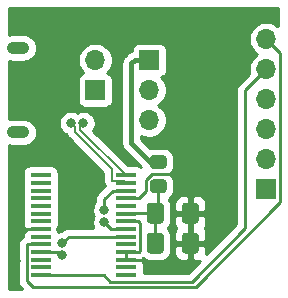
<source format=gbr>
G04 #@! TF.GenerationSoftware,KiCad,Pcbnew,5.1.6-c6e7f7d~86~ubuntu18.04.1*
G04 #@! TF.CreationDate,2020-05-25T21:41:21-07:00*
G04 #@! TF.ProjectId,usb_power,7573625f-706f-4776-9572-2e6b69636164,rev?*
G04 #@! TF.SameCoordinates,Original*
G04 #@! TF.FileFunction,Copper,L2,Bot*
G04 #@! TF.FilePolarity,Positive*
%FSLAX46Y46*%
G04 Gerber Fmt 4.6, Leading zero omitted, Abs format (unit mm)*
G04 Created by KiCad (PCBNEW 5.1.6-c6e7f7d~86~ubuntu18.04.1) date 2020-05-25 21:41:21*
%MOMM*%
%LPD*%
G01*
G04 APERTURE LIST*
G04 #@! TA.AperFunction,ComponentPad*
%ADD10O,1.900000X1.050000*%
G04 #@! TD*
G04 #@! TA.AperFunction,SMDPad,CuDef*
%ADD11R,1.750000X0.450000*%
G04 #@! TD*
G04 #@! TA.AperFunction,ComponentPad*
%ADD12O,1.700000X1.700000*%
G04 #@! TD*
G04 #@! TA.AperFunction,ComponentPad*
%ADD13R,1.700000X1.700000*%
G04 #@! TD*
G04 #@! TA.AperFunction,ViaPad*
%ADD14C,0.800000*%
G04 #@! TD*
G04 #@! TA.AperFunction,Conductor*
%ADD15C,0.400000*%
G04 #@! TD*
G04 #@! TA.AperFunction,Conductor*
%ADD16C,0.250000*%
G04 #@! TD*
G04 #@! TA.AperFunction,Conductor*
%ADD17C,0.200000*%
G04 #@! TD*
G04 #@! TA.AperFunction,Conductor*
%ADD18C,0.254000*%
G04 #@! TD*
G04 APERTURE END LIST*
D10*
X151962000Y-98825000D03*
X151962000Y-91675000D03*
D11*
X161080000Y-110905000D03*
X161080000Y-110255000D03*
X161080000Y-109605000D03*
X161080000Y-108955000D03*
X161080000Y-108305000D03*
X161080000Y-107655000D03*
X161080000Y-107005000D03*
X161080000Y-106355000D03*
X161080000Y-105705000D03*
X161080000Y-105055000D03*
X161080000Y-104405000D03*
X161080000Y-103755000D03*
X161080000Y-103105000D03*
X161080000Y-102455000D03*
X153880000Y-102455000D03*
X153880000Y-103105000D03*
X153880000Y-103755000D03*
X153880000Y-104405000D03*
X153880000Y-105055000D03*
X153880000Y-105705000D03*
X153880000Y-106355000D03*
X153880000Y-107005000D03*
X153880000Y-107655000D03*
X153880000Y-108305000D03*
X153880000Y-108955000D03*
X153880000Y-109605000D03*
X153880000Y-110255000D03*
X153880000Y-110905000D03*
D12*
X172974000Y-90932000D03*
X172974000Y-93472000D03*
X172974000Y-96012000D03*
X172974000Y-98552000D03*
X172974000Y-101092000D03*
D13*
X172974000Y-103632000D03*
G04 #@! TA.AperFunction,SMDPad,CuDef*
G36*
G01*
X164280001Y-101903000D02*
X163379999Y-101903000D01*
G75*
G02*
X163130000Y-101653001I0J249999D01*
G01*
X163130000Y-101002999D01*
G75*
G02*
X163379999Y-100753000I249999J0D01*
G01*
X164280001Y-100753000D01*
G75*
G02*
X164530000Y-101002999I0J-249999D01*
G01*
X164530000Y-101653001D01*
G75*
G02*
X164280001Y-101903000I-249999J0D01*
G01*
G37*
G04 #@! TD.AperFunction*
G04 #@! TA.AperFunction,SMDPad,CuDef*
G36*
G01*
X164280001Y-103953000D02*
X163379999Y-103953000D01*
G75*
G02*
X163130000Y-103703001I0J249999D01*
G01*
X163130000Y-103052999D01*
G75*
G02*
X163379999Y-102803000I249999J0D01*
G01*
X164280001Y-102803000D01*
G75*
G02*
X164530000Y-103052999I0J-249999D01*
G01*
X164530000Y-103703001D01*
G75*
G02*
X164280001Y-103953000I-249999J0D01*
G01*
G37*
G04 #@! TD.AperFunction*
G04 #@! TA.AperFunction,SMDPad,CuDef*
G36*
G01*
X165838500Y-106289000D02*
X165838500Y-105039000D01*
G75*
G02*
X166088500Y-104789000I250000J0D01*
G01*
X167013500Y-104789000D01*
G75*
G02*
X167263500Y-105039000I0J-250000D01*
G01*
X167263500Y-106289000D01*
G75*
G02*
X167013500Y-106539000I-250000J0D01*
G01*
X166088500Y-106539000D01*
G75*
G02*
X165838500Y-106289000I0J250000D01*
G01*
G37*
G04 #@! TD.AperFunction*
G04 #@! TA.AperFunction,SMDPad,CuDef*
G36*
G01*
X162863500Y-106289000D02*
X162863500Y-105039000D01*
G75*
G02*
X163113500Y-104789000I250000J0D01*
G01*
X164038500Y-104789000D01*
G75*
G02*
X164288500Y-105039000I0J-250000D01*
G01*
X164288500Y-106289000D01*
G75*
G02*
X164038500Y-106539000I-250000J0D01*
G01*
X163113500Y-106539000D01*
G75*
G02*
X162863500Y-106289000I0J250000D01*
G01*
G37*
G04 #@! TD.AperFunction*
G04 #@! TA.AperFunction,SMDPad,CuDef*
G36*
G01*
X165838500Y-108829000D02*
X165838500Y-107579000D01*
G75*
G02*
X166088500Y-107329000I250000J0D01*
G01*
X167013500Y-107329000D01*
G75*
G02*
X167263500Y-107579000I0J-250000D01*
G01*
X167263500Y-108829000D01*
G75*
G02*
X167013500Y-109079000I-250000J0D01*
G01*
X166088500Y-109079000D01*
G75*
G02*
X165838500Y-108829000I0J250000D01*
G01*
G37*
G04 #@! TD.AperFunction*
G04 #@! TA.AperFunction,SMDPad,CuDef*
G36*
G01*
X162863500Y-108829000D02*
X162863500Y-107579000D01*
G75*
G02*
X163113500Y-107329000I250000J0D01*
G01*
X164038500Y-107329000D01*
G75*
G02*
X164288500Y-107579000I0J-250000D01*
G01*
X164288500Y-108829000D01*
G75*
G02*
X164038500Y-109079000I-250000J0D01*
G01*
X163113500Y-109079000D01*
G75*
G02*
X162863500Y-108829000I0J250000D01*
G01*
G37*
G04 #@! TD.AperFunction*
X158496000Y-95250000D03*
D12*
X158496000Y-92710000D03*
D13*
X163068000Y-92710000D03*
D12*
X163068000Y-95250000D03*
X163068000Y-97790000D03*
D14*
X151765000Y-109728000D03*
X172847000Y-88773000D03*
X159766000Y-99568000D03*
X155448000Y-99314000D03*
X155702000Y-108204000D03*
X159258000Y-106426000D03*
X156447000Y-98044000D03*
X157497000Y-98044000D03*
X159262653Y-105405347D03*
X155702000Y-109220000D03*
D15*
X161818000Y-92710000D02*
X163068000Y-92710000D01*
X161544000Y-92984000D02*
X161818000Y-92710000D01*
X161544000Y-99742000D02*
X161544000Y-92984000D01*
X163130000Y-101328000D02*
X161544000Y-99742000D01*
X163830000Y-101328000D02*
X163130000Y-101328000D01*
D16*
X161080000Y-109430000D02*
X161080000Y-108955000D01*
X161255000Y-109605000D02*
X161080000Y-109430000D01*
X161080000Y-109605000D02*
X161255000Y-109605000D01*
X161080000Y-109605000D02*
X162556000Y-109605000D01*
X151765000Y-107995000D02*
X151765000Y-108458000D01*
X153880000Y-107005000D02*
X152755000Y-107005000D01*
X152755000Y-107005000D02*
X151765000Y-107995000D01*
X162205000Y-108955000D02*
X161080000Y-108955000D01*
X162280001Y-108879999D02*
X162205000Y-108955000D01*
X162280001Y-106519999D02*
X162280001Y-108879999D01*
X162115002Y-106355000D02*
X162280001Y-106519999D01*
X161080000Y-106355000D02*
X162115002Y-106355000D01*
X162804990Y-102814820D02*
X163257810Y-102362000D01*
X162804990Y-103805010D02*
X162804990Y-102814820D01*
X161080000Y-104405000D02*
X162205000Y-104405000D01*
X162205000Y-104405000D02*
X162804990Y-103805010D01*
X163257810Y-102362000D02*
X165735000Y-102362000D01*
X163576000Y-107076000D02*
X163576000Y-105664000D01*
X163576000Y-108204000D02*
X163576000Y-107076000D01*
X161121000Y-105664000D02*
X161080000Y-105705000D01*
X163576000Y-105664000D02*
X161121000Y-105664000D01*
X163830000Y-105410000D02*
X163576000Y-105664000D01*
X163830000Y-103378000D02*
X163830000Y-105410000D01*
X156251000Y-107655000D02*
X161080000Y-107655000D01*
X155702000Y-108204000D02*
X156251000Y-107655000D01*
X159837000Y-107005000D02*
X161080000Y-107005000D01*
X159258000Y-106426000D02*
X159837000Y-107005000D01*
D17*
X156747000Y-98344000D02*
X156447000Y-98044000D01*
X159904999Y-102920001D02*
X159904999Y-101929999D01*
X159964999Y-102980001D02*
X159904999Y-102920001D01*
X160955001Y-102980001D02*
X159964999Y-102980001D01*
X161080000Y-103105000D02*
X160955001Y-102980001D01*
X156747000Y-98772000D02*
X156747000Y-98344000D01*
X159904999Y-101929999D02*
X156747000Y-98772000D01*
X161080000Y-102455000D02*
X161066397Y-102455000D01*
X161066397Y-102455000D02*
X157197000Y-98585603D01*
X157197000Y-98585603D02*
X157197000Y-98344000D01*
X157197000Y-98344000D02*
X157497000Y-98044000D01*
D16*
X173823999Y-91781999D02*
X172974000Y-90932000D01*
X174149001Y-104742001D02*
X174149001Y-92107001D01*
X166985992Y-111905010D02*
X174149001Y-104742001D01*
X153195008Y-111905010D02*
X166985992Y-111905010D01*
X152679999Y-111390001D02*
X153195008Y-111905010D01*
X152679999Y-108380001D02*
X152679999Y-111390001D01*
X174149001Y-92107001D02*
X173823999Y-91781999D01*
X152755000Y-108305000D02*
X152679999Y-108380001D01*
X153880000Y-108305000D02*
X152755000Y-108305000D01*
X171196000Y-106934000D02*
X171196000Y-95250000D01*
X166674999Y-111455001D02*
X171196000Y-106934000D01*
X159761000Y-111455001D02*
X166674999Y-111455001D01*
X153880000Y-110905000D02*
X159210999Y-110905000D01*
X171196000Y-95250000D02*
X172974000Y-93472000D01*
X159210999Y-110905000D02*
X159761000Y-111455001D01*
X159955000Y-103755000D02*
X161080000Y-103755000D01*
X159262653Y-104447347D02*
X159955000Y-103755000D01*
X159262653Y-105405347D02*
X159262653Y-104447347D01*
X155437000Y-108955000D02*
X153880000Y-108955000D01*
X155702000Y-109220000D02*
X155437000Y-108955000D01*
D18*
G36*
X173965001Y-89822894D02*
G01*
X173920632Y-89778525D01*
X173677411Y-89616010D01*
X173407158Y-89504068D01*
X173120260Y-89447000D01*
X172827740Y-89447000D01*
X172540842Y-89504068D01*
X172270589Y-89616010D01*
X172027368Y-89778525D01*
X171820525Y-89985368D01*
X171658010Y-90228589D01*
X171546068Y-90498842D01*
X171489000Y-90785740D01*
X171489000Y-91078260D01*
X171546068Y-91365158D01*
X171658010Y-91635411D01*
X171820525Y-91878632D01*
X172027368Y-92085475D01*
X172201760Y-92202000D01*
X172027368Y-92318525D01*
X171820525Y-92525368D01*
X171658010Y-92768589D01*
X171546068Y-93038842D01*
X171489000Y-93325740D01*
X171489000Y-93618260D01*
X171532790Y-93838408D01*
X170684998Y-94686201D01*
X170656000Y-94709999D01*
X170632202Y-94738997D01*
X170632201Y-94738998D01*
X170561026Y-94825724D01*
X170490454Y-94957754D01*
X170446998Y-95101015D01*
X170432324Y-95250000D01*
X170436001Y-95287332D01*
X170436000Y-106619198D01*
X167893419Y-109161779D01*
X167901572Y-109079000D01*
X167898500Y-108489750D01*
X167739750Y-108331000D01*
X166678000Y-108331000D01*
X166678000Y-109555250D01*
X166836750Y-109714000D01*
X167263500Y-109717072D01*
X167346280Y-109708919D01*
X166360198Y-110695001D01*
X162593072Y-110695001D01*
X162593072Y-110680000D01*
X162583223Y-110580000D01*
X162593072Y-110480000D01*
X162593072Y-110030000D01*
X162582944Y-109927162D01*
X162590000Y-109861750D01*
X162557753Y-109829503D01*
X162544502Y-109785820D01*
X162485537Y-109675506D01*
X162427464Y-109604744D01*
X162480772Y-109541524D01*
X162514373Y-109480626D01*
X162620114Y-109567405D01*
X162773650Y-109649472D01*
X162940246Y-109700008D01*
X163113500Y-109717072D01*
X164038500Y-109717072D01*
X164211754Y-109700008D01*
X164378350Y-109649472D01*
X164531886Y-109567405D01*
X164666462Y-109456962D01*
X164776905Y-109322386D01*
X164858972Y-109168850D01*
X164886227Y-109079000D01*
X165200428Y-109079000D01*
X165212688Y-109203482D01*
X165248998Y-109323180D01*
X165307963Y-109433494D01*
X165387315Y-109530185D01*
X165484006Y-109609537D01*
X165594320Y-109668502D01*
X165714018Y-109704812D01*
X165838500Y-109717072D01*
X166265250Y-109714000D01*
X166424000Y-109555250D01*
X166424000Y-108331000D01*
X165362250Y-108331000D01*
X165203500Y-108489750D01*
X165200428Y-109079000D01*
X164886227Y-109079000D01*
X164909508Y-109002254D01*
X164926572Y-108829000D01*
X164926572Y-107579000D01*
X164909508Y-107405746D01*
X164858972Y-107239150D01*
X164776905Y-107085614D01*
X164666462Y-106951038D01*
X164645701Y-106934000D01*
X164666462Y-106916962D01*
X164776905Y-106782386D01*
X164858972Y-106628850D01*
X164886227Y-106539000D01*
X165200428Y-106539000D01*
X165212688Y-106663482D01*
X165248998Y-106783180D01*
X165307963Y-106893494D01*
X165341205Y-106934000D01*
X165307963Y-106974506D01*
X165248998Y-107084820D01*
X165212688Y-107204518D01*
X165200428Y-107329000D01*
X165203500Y-107918250D01*
X165362250Y-108077000D01*
X166424000Y-108077000D01*
X166424000Y-105791000D01*
X166678000Y-105791000D01*
X166678000Y-108077000D01*
X167739750Y-108077000D01*
X167898500Y-107918250D01*
X167901572Y-107329000D01*
X167889312Y-107204518D01*
X167853002Y-107084820D01*
X167794037Y-106974506D01*
X167760795Y-106934000D01*
X167794037Y-106893494D01*
X167853002Y-106783180D01*
X167889312Y-106663482D01*
X167901572Y-106539000D01*
X167898500Y-105949750D01*
X167739750Y-105791000D01*
X166678000Y-105791000D01*
X166424000Y-105791000D01*
X165362250Y-105791000D01*
X165203500Y-105949750D01*
X165200428Y-106539000D01*
X164886227Y-106539000D01*
X164909508Y-106462254D01*
X164926572Y-106289000D01*
X164926572Y-105039000D01*
X164909508Y-104865746D01*
X164886228Y-104789000D01*
X165200428Y-104789000D01*
X165203500Y-105378250D01*
X165362250Y-105537000D01*
X166424000Y-105537000D01*
X166424000Y-104312750D01*
X166678000Y-104312750D01*
X166678000Y-105537000D01*
X167739750Y-105537000D01*
X167898500Y-105378250D01*
X167901572Y-104789000D01*
X167889312Y-104664518D01*
X167853002Y-104544820D01*
X167794037Y-104434506D01*
X167714685Y-104337815D01*
X167617994Y-104258463D01*
X167507680Y-104199498D01*
X167387982Y-104163188D01*
X167263500Y-104150928D01*
X166836750Y-104154000D01*
X166678000Y-104312750D01*
X166424000Y-104312750D01*
X166265250Y-104154000D01*
X165838500Y-104150928D01*
X165714018Y-104163188D01*
X165594320Y-104199498D01*
X165484006Y-104258463D01*
X165387315Y-104337815D01*
X165307963Y-104434506D01*
X165248998Y-104544820D01*
X165212688Y-104664518D01*
X165200428Y-104789000D01*
X164886228Y-104789000D01*
X164858972Y-104699150D01*
X164776905Y-104545614D01*
X164716387Y-104471872D01*
X164773387Y-104441405D01*
X164907962Y-104330962D01*
X165018405Y-104196387D01*
X165100472Y-104042851D01*
X165151008Y-103876255D01*
X165168072Y-103703001D01*
X165168072Y-103052999D01*
X165151008Y-102879745D01*
X165100472Y-102713149D01*
X165018405Y-102559613D01*
X164907962Y-102425038D01*
X164820184Y-102353000D01*
X164907962Y-102280962D01*
X165018405Y-102146387D01*
X165100472Y-101992851D01*
X165151008Y-101826255D01*
X165168072Y-101653001D01*
X165168072Y-101002999D01*
X165151008Y-100829745D01*
X165100472Y-100663149D01*
X165018405Y-100509613D01*
X164907962Y-100375038D01*
X164773387Y-100264595D01*
X164619851Y-100182528D01*
X164453255Y-100131992D01*
X164280001Y-100114928D01*
X163379999Y-100114928D01*
X163206745Y-100131992D01*
X163136246Y-100153378D01*
X162379000Y-99396133D01*
X162379000Y-99111959D01*
X162634842Y-99217932D01*
X162921740Y-99275000D01*
X163214260Y-99275000D01*
X163501158Y-99217932D01*
X163771411Y-99105990D01*
X164014632Y-98943475D01*
X164221475Y-98736632D01*
X164383990Y-98493411D01*
X164495932Y-98223158D01*
X164553000Y-97936260D01*
X164553000Y-97643740D01*
X164495932Y-97356842D01*
X164383990Y-97086589D01*
X164221475Y-96843368D01*
X164014632Y-96636525D01*
X163840240Y-96520000D01*
X164014632Y-96403475D01*
X164221475Y-96196632D01*
X164383990Y-95953411D01*
X164495932Y-95683158D01*
X164553000Y-95396260D01*
X164553000Y-95103740D01*
X164495932Y-94816842D01*
X164383990Y-94546589D01*
X164221475Y-94303368D01*
X164089620Y-94171513D01*
X164162180Y-94149502D01*
X164272494Y-94090537D01*
X164369185Y-94011185D01*
X164448537Y-93914494D01*
X164507502Y-93804180D01*
X164543812Y-93684482D01*
X164556072Y-93560000D01*
X164556072Y-91860000D01*
X164543812Y-91735518D01*
X164507502Y-91615820D01*
X164448537Y-91505506D01*
X164369185Y-91408815D01*
X164272494Y-91329463D01*
X164162180Y-91270498D01*
X164042482Y-91234188D01*
X163918000Y-91221928D01*
X162218000Y-91221928D01*
X162093518Y-91234188D01*
X161973820Y-91270498D01*
X161863506Y-91329463D01*
X161766815Y-91408815D01*
X161687463Y-91505506D01*
X161628498Y-91615820D01*
X161592188Y-91735518D01*
X161579928Y-91860000D01*
X161579928Y-91909646D01*
X161496913Y-91934828D01*
X161351854Y-92012364D01*
X161224709Y-92116709D01*
X161198558Y-92148574D01*
X160982573Y-92364559D01*
X160950710Y-92390709D01*
X160924562Y-92422571D01*
X160846364Y-92517855D01*
X160768828Y-92662914D01*
X160721082Y-92820312D01*
X160704960Y-92984000D01*
X160709001Y-93025028D01*
X160709000Y-99700981D01*
X160704960Y-99742000D01*
X160709000Y-99783018D01*
X160721082Y-99905688D01*
X160768828Y-100063086D01*
X160846364Y-100208145D01*
X160950709Y-100335291D01*
X160982579Y-100361446D01*
X162371395Y-101750263D01*
X162309494Y-101699463D01*
X162199180Y-101640498D01*
X162079482Y-101604188D01*
X161955000Y-101591928D01*
X161242772Y-101591928D01*
X158322438Y-98671595D01*
X158414205Y-98534256D01*
X158492226Y-98345898D01*
X158532000Y-98145939D01*
X158532000Y-97942061D01*
X158492226Y-97742102D01*
X158414205Y-97553744D01*
X158300937Y-97384226D01*
X158156774Y-97240063D01*
X157987256Y-97126795D01*
X157798898Y-97048774D01*
X157598939Y-97009000D01*
X157395061Y-97009000D01*
X157195102Y-97048774D01*
X157006744Y-97126795D01*
X156972000Y-97150010D01*
X156937256Y-97126795D01*
X156748898Y-97048774D01*
X156548939Y-97009000D01*
X156345061Y-97009000D01*
X156145102Y-97048774D01*
X155956744Y-97126795D01*
X155787226Y-97240063D01*
X155643063Y-97384226D01*
X155529795Y-97553744D01*
X155451774Y-97742102D01*
X155412000Y-97942061D01*
X155412000Y-98145939D01*
X155451774Y-98345898D01*
X155529795Y-98534256D01*
X155643063Y-98703774D01*
X155787226Y-98847937D01*
X155956744Y-98961205D01*
X156047758Y-98998905D01*
X156064663Y-99054632D01*
X156132913Y-99182319D01*
X156224762Y-99294237D01*
X156252808Y-99317254D01*
X159170000Y-102234447D01*
X159169999Y-102883895D01*
X159166443Y-102920001D01*
X159179193Y-103049454D01*
X159180634Y-103064085D01*
X159222662Y-103202633D01*
X159290912Y-103330320D01*
X159297207Y-103337991D01*
X158751651Y-103883548D01*
X158722653Y-103907346D01*
X158698855Y-103936344D01*
X158698854Y-103936345D01*
X158627679Y-104023071D01*
X158557107Y-104155101D01*
X158536153Y-104224180D01*
X158513651Y-104298361D01*
X158513431Y-104300595D01*
X158498977Y-104447347D01*
X158502654Y-104484679D01*
X158502654Y-104701635D01*
X158458716Y-104745573D01*
X158345448Y-104915091D01*
X158267427Y-105103449D01*
X158227653Y-105303408D01*
X158227653Y-105507286D01*
X158267427Y-105707245D01*
X158345448Y-105895603D01*
X158356532Y-105912192D01*
X158340795Y-105935744D01*
X158262774Y-106124102D01*
X158223000Y-106324061D01*
X158223000Y-106527939D01*
X158262774Y-106727898D01*
X158331990Y-106895000D01*
X156288322Y-106895000D01*
X156250999Y-106891324D01*
X156213676Y-106895000D01*
X156213667Y-106895000D01*
X156102014Y-106905997D01*
X155958753Y-106949454D01*
X155826724Y-107020026D01*
X155710999Y-107114999D01*
X155687200Y-107143998D01*
X155662198Y-107169000D01*
X155600061Y-107169000D01*
X155400102Y-107208774D01*
X155356894Y-107226671D01*
X155344502Y-107185820D01*
X155285537Y-107075506D01*
X155227674Y-107005000D01*
X155285537Y-106934494D01*
X155344502Y-106824180D01*
X155357753Y-106780497D01*
X155390000Y-106748250D01*
X155382944Y-106682838D01*
X155393072Y-106580000D01*
X155393072Y-106130000D01*
X155383223Y-106030000D01*
X155393072Y-105930000D01*
X155393072Y-105480000D01*
X155383223Y-105380000D01*
X155393072Y-105280000D01*
X155393072Y-104830000D01*
X155383223Y-104730000D01*
X155393072Y-104630000D01*
X155393072Y-104180000D01*
X155383223Y-104080000D01*
X155393072Y-103980000D01*
X155393072Y-103530000D01*
X155383223Y-103430000D01*
X155393072Y-103330000D01*
X155393072Y-102880000D01*
X155383223Y-102780000D01*
X155393072Y-102680000D01*
X155393072Y-102230000D01*
X155380812Y-102105518D01*
X155344502Y-101985820D01*
X155285537Y-101875506D01*
X155206185Y-101778815D01*
X155109494Y-101699463D01*
X154999180Y-101640498D01*
X154879482Y-101604188D01*
X154755000Y-101591928D01*
X153005000Y-101591928D01*
X152880518Y-101604188D01*
X152760820Y-101640498D01*
X152650506Y-101699463D01*
X152553815Y-101778815D01*
X152474463Y-101875506D01*
X152415498Y-101985820D01*
X152379188Y-102105518D01*
X152366928Y-102230000D01*
X152366928Y-102680000D01*
X152376777Y-102780000D01*
X152366928Y-102880000D01*
X152366928Y-103330000D01*
X152376777Y-103430000D01*
X152366928Y-103530000D01*
X152366928Y-103980000D01*
X152376777Y-104080000D01*
X152366928Y-104180000D01*
X152366928Y-104630000D01*
X152376777Y-104730000D01*
X152366928Y-104830000D01*
X152366928Y-105280000D01*
X152376777Y-105380000D01*
X152366928Y-105480000D01*
X152366928Y-105930000D01*
X152376777Y-106030000D01*
X152366928Y-106130000D01*
X152366928Y-106580000D01*
X152377056Y-106682838D01*
X152370000Y-106748250D01*
X152402247Y-106780497D01*
X152415498Y-106824180D01*
X152474463Y-106934494D01*
X152532326Y-107005000D01*
X152474463Y-107075506D01*
X152415498Y-107185820D01*
X152402247Y-107229503D01*
X152370000Y-107261750D01*
X152377056Y-107327162D01*
X152366928Y-107430000D01*
X152366928Y-107650674D01*
X152330724Y-107670026D01*
X152214999Y-107764999D01*
X152191199Y-107793999D01*
X152168999Y-107816199D01*
X152139998Y-107840000D01*
X152089033Y-107902102D01*
X152045025Y-107955725D01*
X152036171Y-107972290D01*
X151974453Y-108087755D01*
X151930996Y-108231016D01*
X151919999Y-108342669D01*
X151919999Y-108342679D01*
X151916323Y-108380001D01*
X151919999Y-108417324D01*
X151920000Y-111352669D01*
X151916323Y-111390001D01*
X151920000Y-111427334D01*
X151930997Y-111538987D01*
X151943797Y-111581185D01*
X151974453Y-111682247D01*
X152045025Y-111814277D01*
X152098370Y-111879277D01*
X152139999Y-111930002D01*
X152168997Y-111953800D01*
X152331197Y-112116000D01*
X151155000Y-112116000D01*
X151155000Y-99921317D01*
X151309600Y-99968215D01*
X151480021Y-99985000D01*
X152443979Y-99985000D01*
X152614400Y-99968215D01*
X152833060Y-99901885D01*
X153034579Y-99794171D01*
X153211212Y-99649212D01*
X153356171Y-99472579D01*
X153463885Y-99271060D01*
X153530215Y-99052400D01*
X153552612Y-98825000D01*
X153530215Y-98597600D01*
X153463885Y-98378940D01*
X153356171Y-98177421D01*
X153211212Y-98000788D01*
X153034579Y-97855829D01*
X152833060Y-97748115D01*
X152614400Y-97681785D01*
X152443979Y-97665000D01*
X151480021Y-97665000D01*
X151309600Y-97681785D01*
X151155000Y-97728683D01*
X151155000Y-94400000D01*
X157007928Y-94400000D01*
X157007928Y-96100000D01*
X157020188Y-96224482D01*
X157056498Y-96344180D01*
X157115463Y-96454494D01*
X157194815Y-96551185D01*
X157291506Y-96630537D01*
X157401820Y-96689502D01*
X157521518Y-96725812D01*
X157646000Y-96738072D01*
X159346000Y-96738072D01*
X159470482Y-96725812D01*
X159590180Y-96689502D01*
X159700494Y-96630537D01*
X159797185Y-96551185D01*
X159876537Y-96454494D01*
X159935502Y-96344180D01*
X159971812Y-96224482D01*
X159984072Y-96100000D01*
X159984072Y-94400000D01*
X159971812Y-94275518D01*
X159935502Y-94155820D01*
X159876537Y-94045506D01*
X159797185Y-93948815D01*
X159700494Y-93869463D01*
X159590180Y-93810498D01*
X159517620Y-93788487D01*
X159649475Y-93656632D01*
X159811990Y-93413411D01*
X159923932Y-93143158D01*
X159981000Y-92856260D01*
X159981000Y-92563740D01*
X159923932Y-92276842D01*
X159811990Y-92006589D01*
X159649475Y-91763368D01*
X159442632Y-91556525D01*
X159199411Y-91394010D01*
X158929158Y-91282068D01*
X158642260Y-91225000D01*
X158349740Y-91225000D01*
X158062842Y-91282068D01*
X157792589Y-91394010D01*
X157549368Y-91556525D01*
X157342525Y-91763368D01*
X157180010Y-92006589D01*
X157068068Y-92276842D01*
X157011000Y-92563740D01*
X157011000Y-92856260D01*
X157068068Y-93143158D01*
X157180010Y-93413411D01*
X157342525Y-93656632D01*
X157474380Y-93788487D01*
X157401820Y-93810498D01*
X157291506Y-93869463D01*
X157194815Y-93948815D01*
X157115463Y-94045506D01*
X157056498Y-94155820D01*
X157020188Y-94275518D01*
X157007928Y-94400000D01*
X151155000Y-94400000D01*
X151155000Y-92771317D01*
X151309600Y-92818215D01*
X151480021Y-92835000D01*
X152443979Y-92835000D01*
X152614400Y-92818215D01*
X152833060Y-92751885D01*
X153034579Y-92644171D01*
X153211212Y-92499212D01*
X153356171Y-92322579D01*
X153463885Y-92121060D01*
X153530215Y-91902400D01*
X153552612Y-91675000D01*
X153530215Y-91447600D01*
X153463885Y-91228940D01*
X153356171Y-91027421D01*
X153211212Y-90850788D01*
X153034579Y-90705829D01*
X152833060Y-90598115D01*
X152614400Y-90531785D01*
X152443979Y-90515000D01*
X151480021Y-90515000D01*
X151309600Y-90531785D01*
X151155000Y-90578683D01*
X151155000Y-88290000D01*
X173965001Y-88290000D01*
X173965001Y-89822894D01*
G37*
X173965001Y-89822894D02*
X173920632Y-89778525D01*
X173677411Y-89616010D01*
X173407158Y-89504068D01*
X173120260Y-89447000D01*
X172827740Y-89447000D01*
X172540842Y-89504068D01*
X172270589Y-89616010D01*
X172027368Y-89778525D01*
X171820525Y-89985368D01*
X171658010Y-90228589D01*
X171546068Y-90498842D01*
X171489000Y-90785740D01*
X171489000Y-91078260D01*
X171546068Y-91365158D01*
X171658010Y-91635411D01*
X171820525Y-91878632D01*
X172027368Y-92085475D01*
X172201760Y-92202000D01*
X172027368Y-92318525D01*
X171820525Y-92525368D01*
X171658010Y-92768589D01*
X171546068Y-93038842D01*
X171489000Y-93325740D01*
X171489000Y-93618260D01*
X171532790Y-93838408D01*
X170684998Y-94686201D01*
X170656000Y-94709999D01*
X170632202Y-94738997D01*
X170632201Y-94738998D01*
X170561026Y-94825724D01*
X170490454Y-94957754D01*
X170446998Y-95101015D01*
X170432324Y-95250000D01*
X170436001Y-95287332D01*
X170436000Y-106619198D01*
X167893419Y-109161779D01*
X167901572Y-109079000D01*
X167898500Y-108489750D01*
X167739750Y-108331000D01*
X166678000Y-108331000D01*
X166678000Y-109555250D01*
X166836750Y-109714000D01*
X167263500Y-109717072D01*
X167346280Y-109708919D01*
X166360198Y-110695001D01*
X162593072Y-110695001D01*
X162593072Y-110680000D01*
X162583223Y-110580000D01*
X162593072Y-110480000D01*
X162593072Y-110030000D01*
X162582944Y-109927162D01*
X162590000Y-109861750D01*
X162557753Y-109829503D01*
X162544502Y-109785820D01*
X162485537Y-109675506D01*
X162427464Y-109604744D01*
X162480772Y-109541524D01*
X162514373Y-109480626D01*
X162620114Y-109567405D01*
X162773650Y-109649472D01*
X162940246Y-109700008D01*
X163113500Y-109717072D01*
X164038500Y-109717072D01*
X164211754Y-109700008D01*
X164378350Y-109649472D01*
X164531886Y-109567405D01*
X164666462Y-109456962D01*
X164776905Y-109322386D01*
X164858972Y-109168850D01*
X164886227Y-109079000D01*
X165200428Y-109079000D01*
X165212688Y-109203482D01*
X165248998Y-109323180D01*
X165307963Y-109433494D01*
X165387315Y-109530185D01*
X165484006Y-109609537D01*
X165594320Y-109668502D01*
X165714018Y-109704812D01*
X165838500Y-109717072D01*
X166265250Y-109714000D01*
X166424000Y-109555250D01*
X166424000Y-108331000D01*
X165362250Y-108331000D01*
X165203500Y-108489750D01*
X165200428Y-109079000D01*
X164886227Y-109079000D01*
X164909508Y-109002254D01*
X164926572Y-108829000D01*
X164926572Y-107579000D01*
X164909508Y-107405746D01*
X164858972Y-107239150D01*
X164776905Y-107085614D01*
X164666462Y-106951038D01*
X164645701Y-106934000D01*
X164666462Y-106916962D01*
X164776905Y-106782386D01*
X164858972Y-106628850D01*
X164886227Y-106539000D01*
X165200428Y-106539000D01*
X165212688Y-106663482D01*
X165248998Y-106783180D01*
X165307963Y-106893494D01*
X165341205Y-106934000D01*
X165307963Y-106974506D01*
X165248998Y-107084820D01*
X165212688Y-107204518D01*
X165200428Y-107329000D01*
X165203500Y-107918250D01*
X165362250Y-108077000D01*
X166424000Y-108077000D01*
X166424000Y-105791000D01*
X166678000Y-105791000D01*
X166678000Y-108077000D01*
X167739750Y-108077000D01*
X167898500Y-107918250D01*
X167901572Y-107329000D01*
X167889312Y-107204518D01*
X167853002Y-107084820D01*
X167794037Y-106974506D01*
X167760795Y-106934000D01*
X167794037Y-106893494D01*
X167853002Y-106783180D01*
X167889312Y-106663482D01*
X167901572Y-106539000D01*
X167898500Y-105949750D01*
X167739750Y-105791000D01*
X166678000Y-105791000D01*
X166424000Y-105791000D01*
X165362250Y-105791000D01*
X165203500Y-105949750D01*
X165200428Y-106539000D01*
X164886227Y-106539000D01*
X164909508Y-106462254D01*
X164926572Y-106289000D01*
X164926572Y-105039000D01*
X164909508Y-104865746D01*
X164886228Y-104789000D01*
X165200428Y-104789000D01*
X165203500Y-105378250D01*
X165362250Y-105537000D01*
X166424000Y-105537000D01*
X166424000Y-104312750D01*
X166678000Y-104312750D01*
X166678000Y-105537000D01*
X167739750Y-105537000D01*
X167898500Y-105378250D01*
X167901572Y-104789000D01*
X167889312Y-104664518D01*
X167853002Y-104544820D01*
X167794037Y-104434506D01*
X167714685Y-104337815D01*
X167617994Y-104258463D01*
X167507680Y-104199498D01*
X167387982Y-104163188D01*
X167263500Y-104150928D01*
X166836750Y-104154000D01*
X166678000Y-104312750D01*
X166424000Y-104312750D01*
X166265250Y-104154000D01*
X165838500Y-104150928D01*
X165714018Y-104163188D01*
X165594320Y-104199498D01*
X165484006Y-104258463D01*
X165387315Y-104337815D01*
X165307963Y-104434506D01*
X165248998Y-104544820D01*
X165212688Y-104664518D01*
X165200428Y-104789000D01*
X164886228Y-104789000D01*
X164858972Y-104699150D01*
X164776905Y-104545614D01*
X164716387Y-104471872D01*
X164773387Y-104441405D01*
X164907962Y-104330962D01*
X165018405Y-104196387D01*
X165100472Y-104042851D01*
X165151008Y-103876255D01*
X165168072Y-103703001D01*
X165168072Y-103052999D01*
X165151008Y-102879745D01*
X165100472Y-102713149D01*
X165018405Y-102559613D01*
X164907962Y-102425038D01*
X164820184Y-102353000D01*
X164907962Y-102280962D01*
X165018405Y-102146387D01*
X165100472Y-101992851D01*
X165151008Y-101826255D01*
X165168072Y-101653001D01*
X165168072Y-101002999D01*
X165151008Y-100829745D01*
X165100472Y-100663149D01*
X165018405Y-100509613D01*
X164907962Y-100375038D01*
X164773387Y-100264595D01*
X164619851Y-100182528D01*
X164453255Y-100131992D01*
X164280001Y-100114928D01*
X163379999Y-100114928D01*
X163206745Y-100131992D01*
X163136246Y-100153378D01*
X162379000Y-99396133D01*
X162379000Y-99111959D01*
X162634842Y-99217932D01*
X162921740Y-99275000D01*
X163214260Y-99275000D01*
X163501158Y-99217932D01*
X163771411Y-99105990D01*
X164014632Y-98943475D01*
X164221475Y-98736632D01*
X164383990Y-98493411D01*
X164495932Y-98223158D01*
X164553000Y-97936260D01*
X164553000Y-97643740D01*
X164495932Y-97356842D01*
X164383990Y-97086589D01*
X164221475Y-96843368D01*
X164014632Y-96636525D01*
X163840240Y-96520000D01*
X164014632Y-96403475D01*
X164221475Y-96196632D01*
X164383990Y-95953411D01*
X164495932Y-95683158D01*
X164553000Y-95396260D01*
X164553000Y-95103740D01*
X164495932Y-94816842D01*
X164383990Y-94546589D01*
X164221475Y-94303368D01*
X164089620Y-94171513D01*
X164162180Y-94149502D01*
X164272494Y-94090537D01*
X164369185Y-94011185D01*
X164448537Y-93914494D01*
X164507502Y-93804180D01*
X164543812Y-93684482D01*
X164556072Y-93560000D01*
X164556072Y-91860000D01*
X164543812Y-91735518D01*
X164507502Y-91615820D01*
X164448537Y-91505506D01*
X164369185Y-91408815D01*
X164272494Y-91329463D01*
X164162180Y-91270498D01*
X164042482Y-91234188D01*
X163918000Y-91221928D01*
X162218000Y-91221928D01*
X162093518Y-91234188D01*
X161973820Y-91270498D01*
X161863506Y-91329463D01*
X161766815Y-91408815D01*
X161687463Y-91505506D01*
X161628498Y-91615820D01*
X161592188Y-91735518D01*
X161579928Y-91860000D01*
X161579928Y-91909646D01*
X161496913Y-91934828D01*
X161351854Y-92012364D01*
X161224709Y-92116709D01*
X161198558Y-92148574D01*
X160982573Y-92364559D01*
X160950710Y-92390709D01*
X160924562Y-92422571D01*
X160846364Y-92517855D01*
X160768828Y-92662914D01*
X160721082Y-92820312D01*
X160704960Y-92984000D01*
X160709001Y-93025028D01*
X160709000Y-99700981D01*
X160704960Y-99742000D01*
X160709000Y-99783018D01*
X160721082Y-99905688D01*
X160768828Y-100063086D01*
X160846364Y-100208145D01*
X160950709Y-100335291D01*
X160982579Y-100361446D01*
X162371395Y-101750263D01*
X162309494Y-101699463D01*
X162199180Y-101640498D01*
X162079482Y-101604188D01*
X161955000Y-101591928D01*
X161242772Y-101591928D01*
X158322438Y-98671595D01*
X158414205Y-98534256D01*
X158492226Y-98345898D01*
X158532000Y-98145939D01*
X158532000Y-97942061D01*
X158492226Y-97742102D01*
X158414205Y-97553744D01*
X158300937Y-97384226D01*
X158156774Y-97240063D01*
X157987256Y-97126795D01*
X157798898Y-97048774D01*
X157598939Y-97009000D01*
X157395061Y-97009000D01*
X157195102Y-97048774D01*
X157006744Y-97126795D01*
X156972000Y-97150010D01*
X156937256Y-97126795D01*
X156748898Y-97048774D01*
X156548939Y-97009000D01*
X156345061Y-97009000D01*
X156145102Y-97048774D01*
X155956744Y-97126795D01*
X155787226Y-97240063D01*
X155643063Y-97384226D01*
X155529795Y-97553744D01*
X155451774Y-97742102D01*
X155412000Y-97942061D01*
X155412000Y-98145939D01*
X155451774Y-98345898D01*
X155529795Y-98534256D01*
X155643063Y-98703774D01*
X155787226Y-98847937D01*
X155956744Y-98961205D01*
X156047758Y-98998905D01*
X156064663Y-99054632D01*
X156132913Y-99182319D01*
X156224762Y-99294237D01*
X156252808Y-99317254D01*
X159170000Y-102234447D01*
X159169999Y-102883895D01*
X159166443Y-102920001D01*
X159179193Y-103049454D01*
X159180634Y-103064085D01*
X159222662Y-103202633D01*
X159290912Y-103330320D01*
X159297207Y-103337991D01*
X158751651Y-103883548D01*
X158722653Y-103907346D01*
X158698855Y-103936344D01*
X158698854Y-103936345D01*
X158627679Y-104023071D01*
X158557107Y-104155101D01*
X158536153Y-104224180D01*
X158513651Y-104298361D01*
X158513431Y-104300595D01*
X158498977Y-104447347D01*
X158502654Y-104484679D01*
X158502654Y-104701635D01*
X158458716Y-104745573D01*
X158345448Y-104915091D01*
X158267427Y-105103449D01*
X158227653Y-105303408D01*
X158227653Y-105507286D01*
X158267427Y-105707245D01*
X158345448Y-105895603D01*
X158356532Y-105912192D01*
X158340795Y-105935744D01*
X158262774Y-106124102D01*
X158223000Y-106324061D01*
X158223000Y-106527939D01*
X158262774Y-106727898D01*
X158331990Y-106895000D01*
X156288322Y-106895000D01*
X156250999Y-106891324D01*
X156213676Y-106895000D01*
X156213667Y-106895000D01*
X156102014Y-106905997D01*
X155958753Y-106949454D01*
X155826724Y-107020026D01*
X155710999Y-107114999D01*
X155687200Y-107143998D01*
X155662198Y-107169000D01*
X155600061Y-107169000D01*
X155400102Y-107208774D01*
X155356894Y-107226671D01*
X155344502Y-107185820D01*
X155285537Y-107075506D01*
X155227674Y-107005000D01*
X155285537Y-106934494D01*
X155344502Y-106824180D01*
X155357753Y-106780497D01*
X155390000Y-106748250D01*
X155382944Y-106682838D01*
X155393072Y-106580000D01*
X155393072Y-106130000D01*
X155383223Y-106030000D01*
X155393072Y-105930000D01*
X155393072Y-105480000D01*
X155383223Y-105380000D01*
X155393072Y-105280000D01*
X155393072Y-104830000D01*
X155383223Y-104730000D01*
X155393072Y-104630000D01*
X155393072Y-104180000D01*
X155383223Y-104080000D01*
X155393072Y-103980000D01*
X155393072Y-103530000D01*
X155383223Y-103430000D01*
X155393072Y-103330000D01*
X155393072Y-102880000D01*
X155383223Y-102780000D01*
X155393072Y-102680000D01*
X155393072Y-102230000D01*
X155380812Y-102105518D01*
X155344502Y-101985820D01*
X155285537Y-101875506D01*
X155206185Y-101778815D01*
X155109494Y-101699463D01*
X154999180Y-101640498D01*
X154879482Y-101604188D01*
X154755000Y-101591928D01*
X153005000Y-101591928D01*
X152880518Y-101604188D01*
X152760820Y-101640498D01*
X152650506Y-101699463D01*
X152553815Y-101778815D01*
X152474463Y-101875506D01*
X152415498Y-101985820D01*
X152379188Y-102105518D01*
X152366928Y-102230000D01*
X152366928Y-102680000D01*
X152376777Y-102780000D01*
X152366928Y-102880000D01*
X152366928Y-103330000D01*
X152376777Y-103430000D01*
X152366928Y-103530000D01*
X152366928Y-103980000D01*
X152376777Y-104080000D01*
X152366928Y-104180000D01*
X152366928Y-104630000D01*
X152376777Y-104730000D01*
X152366928Y-104830000D01*
X152366928Y-105280000D01*
X152376777Y-105380000D01*
X152366928Y-105480000D01*
X152366928Y-105930000D01*
X152376777Y-106030000D01*
X152366928Y-106130000D01*
X152366928Y-106580000D01*
X152377056Y-106682838D01*
X152370000Y-106748250D01*
X152402247Y-106780497D01*
X152415498Y-106824180D01*
X152474463Y-106934494D01*
X152532326Y-107005000D01*
X152474463Y-107075506D01*
X152415498Y-107185820D01*
X152402247Y-107229503D01*
X152370000Y-107261750D01*
X152377056Y-107327162D01*
X152366928Y-107430000D01*
X152366928Y-107650674D01*
X152330724Y-107670026D01*
X152214999Y-107764999D01*
X152191199Y-107793999D01*
X152168999Y-107816199D01*
X152139998Y-107840000D01*
X152089033Y-107902102D01*
X152045025Y-107955725D01*
X152036171Y-107972290D01*
X151974453Y-108087755D01*
X151930996Y-108231016D01*
X151919999Y-108342669D01*
X151919999Y-108342679D01*
X151916323Y-108380001D01*
X151919999Y-108417324D01*
X151920000Y-111352669D01*
X151916323Y-111390001D01*
X151920000Y-111427334D01*
X151930997Y-111538987D01*
X151943797Y-111581185D01*
X151974453Y-111682247D01*
X152045025Y-111814277D01*
X152098370Y-111879277D01*
X152139999Y-111930002D01*
X152168997Y-111953800D01*
X152331197Y-112116000D01*
X151155000Y-112116000D01*
X151155000Y-99921317D01*
X151309600Y-99968215D01*
X151480021Y-99985000D01*
X152443979Y-99985000D01*
X152614400Y-99968215D01*
X152833060Y-99901885D01*
X153034579Y-99794171D01*
X153211212Y-99649212D01*
X153356171Y-99472579D01*
X153463885Y-99271060D01*
X153530215Y-99052400D01*
X153552612Y-98825000D01*
X153530215Y-98597600D01*
X153463885Y-98378940D01*
X153356171Y-98177421D01*
X153211212Y-98000788D01*
X153034579Y-97855829D01*
X152833060Y-97748115D01*
X152614400Y-97681785D01*
X152443979Y-97665000D01*
X151480021Y-97665000D01*
X151309600Y-97681785D01*
X151155000Y-97728683D01*
X151155000Y-94400000D01*
X157007928Y-94400000D01*
X157007928Y-96100000D01*
X157020188Y-96224482D01*
X157056498Y-96344180D01*
X157115463Y-96454494D01*
X157194815Y-96551185D01*
X157291506Y-96630537D01*
X157401820Y-96689502D01*
X157521518Y-96725812D01*
X157646000Y-96738072D01*
X159346000Y-96738072D01*
X159470482Y-96725812D01*
X159590180Y-96689502D01*
X159700494Y-96630537D01*
X159797185Y-96551185D01*
X159876537Y-96454494D01*
X159935502Y-96344180D01*
X159971812Y-96224482D01*
X159984072Y-96100000D01*
X159984072Y-94400000D01*
X159971812Y-94275518D01*
X159935502Y-94155820D01*
X159876537Y-94045506D01*
X159797185Y-93948815D01*
X159700494Y-93869463D01*
X159590180Y-93810498D01*
X159517620Y-93788487D01*
X159649475Y-93656632D01*
X159811990Y-93413411D01*
X159923932Y-93143158D01*
X159981000Y-92856260D01*
X159981000Y-92563740D01*
X159923932Y-92276842D01*
X159811990Y-92006589D01*
X159649475Y-91763368D01*
X159442632Y-91556525D01*
X159199411Y-91394010D01*
X158929158Y-91282068D01*
X158642260Y-91225000D01*
X158349740Y-91225000D01*
X158062842Y-91282068D01*
X157792589Y-91394010D01*
X157549368Y-91556525D01*
X157342525Y-91763368D01*
X157180010Y-92006589D01*
X157068068Y-92276842D01*
X157011000Y-92563740D01*
X157011000Y-92856260D01*
X157068068Y-93143158D01*
X157180010Y-93413411D01*
X157342525Y-93656632D01*
X157474380Y-93788487D01*
X157401820Y-93810498D01*
X157291506Y-93869463D01*
X157194815Y-93948815D01*
X157115463Y-94045506D01*
X157056498Y-94155820D01*
X157020188Y-94275518D01*
X157007928Y-94400000D01*
X151155000Y-94400000D01*
X151155000Y-92771317D01*
X151309600Y-92818215D01*
X151480021Y-92835000D01*
X152443979Y-92835000D01*
X152614400Y-92818215D01*
X152833060Y-92751885D01*
X153034579Y-92644171D01*
X153211212Y-92499212D01*
X153356171Y-92322579D01*
X153463885Y-92121060D01*
X153530215Y-91902400D01*
X153552612Y-91675000D01*
X153530215Y-91447600D01*
X153463885Y-91228940D01*
X153356171Y-91027421D01*
X153211212Y-90850788D01*
X153034579Y-90705829D01*
X152833060Y-90598115D01*
X152614400Y-90531785D01*
X152443979Y-90515000D01*
X151480021Y-90515000D01*
X151309600Y-90531785D01*
X151155000Y-90578683D01*
X151155000Y-88290000D01*
X173965001Y-88290000D01*
X173965001Y-89822894D01*
G36*
X173101000Y-95885000D02*
G01*
X173121000Y-95885000D01*
X173121000Y-96139000D01*
X173101000Y-96139000D01*
X173101000Y-96159000D01*
X172847000Y-96159000D01*
X172847000Y-96139000D01*
X172827000Y-96139000D01*
X172827000Y-95885000D01*
X172847000Y-95885000D01*
X172847000Y-95865000D01*
X173101000Y-95865000D01*
X173101000Y-95885000D01*
G37*
X173101000Y-95885000D02*
X173121000Y-95885000D01*
X173121000Y-96139000D01*
X173101000Y-96139000D01*
X173101000Y-96159000D01*
X172847000Y-96159000D01*
X172847000Y-96139000D01*
X172827000Y-96139000D01*
X172827000Y-95885000D01*
X172847000Y-95885000D01*
X172847000Y-95865000D01*
X173101000Y-95865000D01*
X173101000Y-95885000D01*
M02*

</source>
